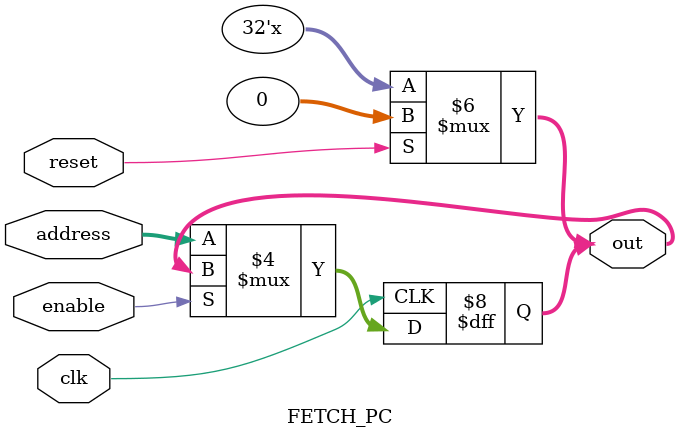
<source format=v>
module FETCH_PC
(
    input [31:0] address,
    //Active low
    input enable,
    input reset,
    input clk,
    output reg [31:0] out
);

always @( * ) begin
    if (reset) begin
        out <= 32'b0;
    end
end

always @(posedge clk) begin
    if (!enable) begin
        out <= address;
    end
end

endmodule
</source>
